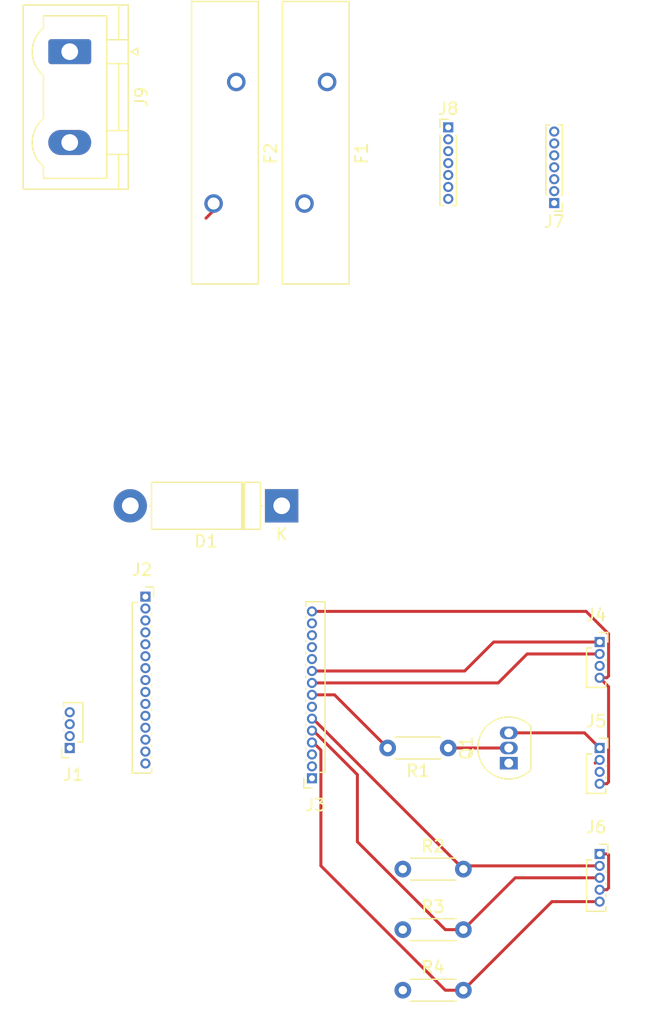
<source format=kicad_pcb>
(kicad_pcb (version 20171130) (host pcbnew "(5.1.6)-1")

  (general
    (thickness 1.6)
    (drawings 0)
    (tracks 45)
    (zones 0)
    (modules 17)
    (nets 19)
  )

  (page A4)
  (layers
    (0 F.Cu signal)
    (31 B.Cu signal)
    (32 B.Adhes user)
    (33 F.Adhes user)
    (34 B.Paste user)
    (35 F.Paste user)
    (36 B.SilkS user)
    (37 F.SilkS user)
    (38 B.Mask user)
    (39 F.Mask user)
    (40 Dwgs.User user)
    (41 Cmts.User user)
    (42 Eco1.User user)
    (43 Eco2.User user)
    (44 Edge.Cuts user)
    (45 Margin user)
    (46 B.CrtYd user)
    (47 F.CrtYd user)
    (48 B.Fab user)
    (49 F.Fab user)
  )

  (setup
    (last_trace_width 0.25)
    (trace_clearance 0.2)
    (zone_clearance 0.508)
    (zone_45_only no)
    (trace_min 0.2)
    (via_size 0.8)
    (via_drill 0.4)
    (via_min_size 0.4)
    (via_min_drill 0.3)
    (uvia_size 0.3)
    (uvia_drill 0.1)
    (uvias_allowed no)
    (uvia_min_size 0.2)
    (uvia_min_drill 0.1)
    (edge_width 0.05)
    (segment_width 0.2)
    (pcb_text_width 0.3)
    (pcb_text_size 1.5 1.5)
    (mod_edge_width 0.12)
    (mod_text_size 1 1)
    (mod_text_width 0.15)
    (pad_size 1.524 1.524)
    (pad_drill 0.762)
    (pad_to_mask_clearance 0.05)
    (aux_axis_origin 0 0)
    (visible_elements FFFFFF7F)
    (pcbplotparams
      (layerselection 0x010fc_ffffffff)
      (usegerberextensions false)
      (usegerberattributes true)
      (usegerberadvancedattributes true)
      (creategerberjobfile true)
      (excludeedgelayer true)
      (linewidth 0.100000)
      (plotframeref false)
      (viasonmask false)
      (mode 1)
      (useauxorigin false)
      (hpglpennumber 1)
      (hpglpenspeed 20)
      (hpglpendiameter 15.000000)
      (psnegative false)
      (psa4output false)
      (plotreference true)
      (plotvalue true)
      (plotinvisibletext false)
      (padsonsilk false)
      (subtractmaskfromsilk false)
      (outputformat 1)
      (mirror false)
      (drillshape 1)
      (scaleselection 1)
      (outputdirectory ""))
  )

  (net 0 "")
  (net 1 "Net-(J1-Pad1)")
  (net 2 "Net-(J1-Pad2)")
  (net 3 GND)
  (net 4 +1V5)
  (net 5 3.3)
  (net 6 "Net-(J3-Pad4)")
  (net 7 "Net-(J3-Pad5)")
  (net 8 "Net-(J3-Pad6)")
  (net 9 "Net-(J3-Pad8)")
  (net 10 "Net-(J3-Pad9)")
  (net 11 "Net-(J3-Pad10)")
  (net 12 "Net-(J5-Pad1)")
  (net 13 "Net-(Q1-Pad2)")
  (net 14 "Net-(D1-Pad2)")
  (net 15 "Net-(F1-Pad2)")
  (net 16 "Net-(F1-Pad1)")
  (net 17 "Net-(F2-Pad1)")
  (net 18 "Net-(J10-Pad2)")

  (net_class Default "This is the default net class."
    (clearance 0.2)
    (trace_width 0.25)
    (via_dia 0.8)
    (via_drill 0.4)
    (uvia_dia 0.3)
    (uvia_drill 0.1)
    (add_net +1V5)
    (add_net 3.3)
    (add_net GND)
    (add_net "Net-(D1-Pad2)")
    (add_net "Net-(F1-Pad1)")
    (add_net "Net-(F1-Pad2)")
    (add_net "Net-(F2-Pad1)")
    (add_net "Net-(J1-Pad1)")
    (add_net "Net-(J1-Pad2)")
    (add_net "Net-(J10-Pad2)")
    (add_net "Net-(J2-Pad10)")
    (add_net "Net-(J2-Pad12)")
    (add_net "Net-(J2-Pad13)")
    (add_net "Net-(J2-Pad15)")
    (add_net "Net-(J2-Pad2)")
    (add_net "Net-(J2-Pad3)")
    (add_net "Net-(J2-Pad4)")
    (add_net "Net-(J2-Pad5)")
    (add_net "Net-(J2-Pad6)")
    (add_net "Net-(J2-Pad7)")
    (add_net "Net-(J2-Pad8)")
    (add_net "Net-(J2-Pad9)")
    (add_net "Net-(J3-Pad1)")
    (add_net "Net-(J3-Pad10)")
    (add_net "Net-(J3-Pad11)")
    (add_net "Net-(J3-Pad12)")
    (add_net "Net-(J3-Pad13)")
    (add_net "Net-(J3-Pad2)")
    (add_net "Net-(J3-Pad3)")
    (add_net "Net-(J3-Pad4)")
    (add_net "Net-(J3-Pad5)")
    (add_net "Net-(J3-Pad6)")
    (add_net "Net-(J3-Pad7)")
    (add_net "Net-(J3-Pad8)")
    (add_net "Net-(J3-Pad9)")
    (add_net "Net-(J5-Pad1)")
    (add_net "Net-(J7-Pad3)")
    (add_net "Net-(J7-Pad4)")
    (add_net "Net-(J7-Pad5)")
    (add_net "Net-(J8-Pad3)")
    (add_net "Net-(J8-Pad4)")
    (add_net "Net-(J8-Pad5)")
    (add_net "Net-(Q1-Pad2)")
  )

  (module Diode_THT:D_5W_P12.70mm_Horizontal (layer F.Cu) (tedit 5AE50CD5) (tstamp 5F6A7293)
    (at 133.35 63.5 180)
    (descr "Diode, 5W series, Axial, Horizontal, pin pitch=12.7mm, , length*diameter=8.9*3.7mm^2, , http://www.diodes.com/_files/packages/8686949.gif")
    (tags "Diode 5W series Axial Horizontal pin pitch 12.7mm  length 8.9mm diameter 3.7mm")
    (path /5F6D6213)
    (fp_text reference D1 (at 6.35 -2.97) (layer F.SilkS)
      (effects (font (size 1 1) (thickness 0.15)))
    )
    (fp_text value DIODE (at 6.35 2.97) (layer F.Fab)
      (effects (font (size 1 1) (thickness 0.15)))
    )
    (fp_text user K (at 0 -2.4) (layer F.SilkS)
      (effects (font (size 1 1) (thickness 0.15)))
    )
    (fp_text user K (at 0 -2.4) (layer F.Fab)
      (effects (font (size 1 1) (thickness 0.15)))
    )
    (fp_text user %R (at 7.0175 0) (layer F.Fab)
      (effects (font (size 1 1) (thickness 0.15)))
    )
    (fp_line (start 1.9 -1.85) (end 1.9 1.85) (layer F.Fab) (width 0.1))
    (fp_line (start 1.9 1.85) (end 10.8 1.85) (layer F.Fab) (width 0.1))
    (fp_line (start 10.8 1.85) (end 10.8 -1.85) (layer F.Fab) (width 0.1))
    (fp_line (start 10.8 -1.85) (end 1.9 -1.85) (layer F.Fab) (width 0.1))
    (fp_line (start 0 0) (end 1.9 0) (layer F.Fab) (width 0.1))
    (fp_line (start 12.7 0) (end 10.8 0) (layer F.Fab) (width 0.1))
    (fp_line (start 3.235 -1.85) (end 3.235 1.85) (layer F.Fab) (width 0.1))
    (fp_line (start 3.335 -1.85) (end 3.335 1.85) (layer F.Fab) (width 0.1))
    (fp_line (start 3.135 -1.85) (end 3.135 1.85) (layer F.Fab) (width 0.1))
    (fp_line (start 1.78 -1.97) (end 1.78 1.97) (layer F.SilkS) (width 0.12))
    (fp_line (start 1.78 1.97) (end 10.92 1.97) (layer F.SilkS) (width 0.12))
    (fp_line (start 10.92 1.97) (end 10.92 -1.97) (layer F.SilkS) (width 0.12))
    (fp_line (start 10.92 -1.97) (end 1.78 -1.97) (layer F.SilkS) (width 0.12))
    (fp_line (start 1.64 0) (end 1.78 0) (layer F.SilkS) (width 0.12))
    (fp_line (start 11.06 0) (end 10.92 0) (layer F.SilkS) (width 0.12))
    (fp_line (start 3.235 -1.97) (end 3.235 1.97) (layer F.SilkS) (width 0.12))
    (fp_line (start 3.355 -1.97) (end 3.355 1.97) (layer F.SilkS) (width 0.12))
    (fp_line (start 3.115 -1.97) (end 3.115 1.97) (layer F.SilkS) (width 0.12))
    (fp_line (start -1.65 -2.1) (end -1.65 2.1) (layer F.CrtYd) (width 0.05))
    (fp_line (start -1.65 2.1) (end 14.35 2.1) (layer F.CrtYd) (width 0.05))
    (fp_line (start 14.35 2.1) (end 14.35 -2.1) (layer F.CrtYd) (width 0.05))
    (fp_line (start 14.35 -2.1) (end -1.65 -2.1) (layer F.CrtYd) (width 0.05))
    (pad 2 thru_hole oval (at 12.7 0 180) (size 2.8 2.8) (drill 1.4) (layers *.Cu *.Mask)
      (net 14 "Net-(D1-Pad2)"))
    (pad 1 thru_hole rect (at 0 0 180) (size 2.8 2.8) (drill 1.4) (layers *.Cu *.Mask)
      (net 3 GND))
    (model ${KISYS3DMOD}/Diode_THT.3dshapes/D_5W_P12.70mm_Horizontal.wrl
      (at (xyz 0 0 0))
      (scale (xyz 1 1 1))
      (rotate (xyz 0 0 0))
    )
  )

  (module Fuse:Fuse_BelFuse_0ZRE0150FF_L23.4mm_W5.3mm (layer F.Cu) (tedit 5BAABB99) (tstamp 5F6A72A6)
    (at 137.16 27.94 270)
    (descr "Fuse 0ZRE0150FF, BelFuse, Radial Leaded PTC,https://www.belfuse.com/resources/datasheets/circuitprotection/ds-cp-0zre-series.pdf")
    (tags "0ZRE BelFuse radial PTC")
    (path /5F6DDD0B)
    (fp_text reference F1 (at 6 -2.9 90) (layer F.SilkS)
      (effects (font (size 1 1) (thickness 0.15)))
    )
    (fp_text value 100mA (at 5.6 5.2 90) (layer F.Fab)
      (effects (font (size 1 1) (thickness 0.15)))
    )
    (fp_text user %R (at 5.9 0.1 90) (layer F.Fab)
      (effects (font (size 1 1) (thickness 0.15)))
    )
    (fp_line (start 16.8 -1.7) (end 16.8 3.6) (layer F.Fab) (width 0.1))
    (fp_line (start -6.6 -1.7) (end -6.6 3.6) (layer F.Fab) (width 0.1))
    (fp_line (start -6.6 3.6) (end 16.8 3.6) (layer F.Fab) (width 0.1))
    (fp_line (start -6.6 -1.7) (end 16.8 -1.7) (layer F.Fab) (width 0.1))
    (fp_line (start -6.85 -1.95) (end 17.05 -1.95) (layer F.CrtYd) (width 0.05))
    (fp_line (start -6.85 -1.95) (end -6.85 3.85) (layer F.CrtYd) (width 0.05))
    (fp_line (start 17.05 -1.95) (end 17.05 3.85) (layer F.CrtYd) (width 0.05))
    (fp_line (start -6.85 3.85) (end 17.05 3.85) (layer F.CrtYd) (width 0.05))
    (fp_line (start -6.75 -1.85) (end 16.95 -1.85) (layer F.SilkS) (width 0.12))
    (fp_line (start -6.75 -1.85) (end -6.75 3.75) (layer F.SilkS) (width 0.12))
    (fp_line (start 16.95 -1.85) (end 16.95 3.75) (layer F.SilkS) (width 0.12))
    (fp_line (start -6.75 3.75) (end 16.95 3.75) (layer F.SilkS) (width 0.12))
    (pad 2 thru_hole circle (at 10.2 1.9 270) (size 1.56 1.56) (drill 1.01) (layers *.Cu *.Mask)
      (net 15 "Net-(F1-Pad2)"))
    (pad 1 thru_hole circle (at 0 0 270) (size 1.56 1.56) (drill 1.01) (layers *.Cu *.Mask)
      (net 16 "Net-(F1-Pad1)"))
    (model ${KISYS3DMOD}/Fuse.3dshapes/Fuse_BelFuse_0ZRE_0ZRE0150FF_L23.4mm_W5.3mm.wrl
      (at (xyz 0 0 0))
      (scale (xyz 1 1 1))
      (rotate (xyz 0 0 0))
    )
  )

  (module Fuse:Fuse_BelFuse_0ZRE0150FF_L23.4mm_W5.3mm (layer F.Cu) (tedit 5BAABB99) (tstamp 5F6A72B9)
    (at 129.54 27.94 270)
    (descr "Fuse 0ZRE0150FF, BelFuse, Radial Leaded PTC,https://www.belfuse.com/resources/datasheets/circuitprotection/ds-cp-0zre-series.pdf")
    (tags "0ZRE BelFuse radial PTC")
    (path /5F6E20F7)
    (fp_text reference F2 (at 6 -2.9 90) (layer F.SilkS)
      (effects (font (size 1 1) (thickness 0.15)))
    )
    (fp_text value 1A (at 5.6 5.2 90) (layer F.Fab)
      (effects (font (size 1 1) (thickness 0.15)))
    )
    (fp_text user %R (at 5.9 0.1 90) (layer F.Fab)
      (effects (font (size 1 1) (thickness 0.15)))
    )
    (fp_line (start 16.8 -1.7) (end 16.8 3.6) (layer F.Fab) (width 0.1))
    (fp_line (start -6.6 -1.7) (end -6.6 3.6) (layer F.Fab) (width 0.1))
    (fp_line (start -6.6 3.6) (end 16.8 3.6) (layer F.Fab) (width 0.1))
    (fp_line (start -6.6 -1.7) (end 16.8 -1.7) (layer F.Fab) (width 0.1))
    (fp_line (start -6.85 -1.95) (end 17.05 -1.95) (layer F.CrtYd) (width 0.05))
    (fp_line (start -6.85 -1.95) (end -6.85 3.85) (layer F.CrtYd) (width 0.05))
    (fp_line (start 17.05 -1.95) (end 17.05 3.85) (layer F.CrtYd) (width 0.05))
    (fp_line (start -6.85 3.85) (end 17.05 3.85) (layer F.CrtYd) (width 0.05))
    (fp_line (start -6.75 -1.85) (end 16.95 -1.85) (layer F.SilkS) (width 0.12))
    (fp_line (start -6.75 -1.85) (end -6.75 3.75) (layer F.SilkS) (width 0.12))
    (fp_line (start 16.95 -1.85) (end 16.95 3.75) (layer F.SilkS) (width 0.12))
    (fp_line (start -6.75 3.75) (end 16.95 3.75) (layer F.SilkS) (width 0.12))
    (pad 2 thru_hole circle (at 10.2 1.9 270) (size 1.56 1.56) (drill 1.01) (layers *.Cu *.Mask)
      (net 16 "Net-(F1-Pad1)"))
    (pad 1 thru_hole circle (at 0 0 270) (size 1.56 1.56) (drill 1.01) (layers *.Cu *.Mask)
      (net 17 "Net-(F2-Pad1)"))
    (model ${KISYS3DMOD}/Fuse.3dshapes/Fuse_BelFuse_0ZRE_0ZRE0150FF_L23.4mm_W5.3mm.wrl
      (at (xyz 0 0 0))
      (scale (xyz 1 1 1))
      (rotate (xyz 0 0 0))
    )
  )

  (module Connector_Phoenix_GMSTB:PhoenixContact_GMSTBVA_2,5_2-G-7,62_1x02_P7.62mm_Vertical (layer F.Cu) (tedit 5B785048) (tstamp 5F6A74A7)
    (at 115.57 25.4 270)
    (descr "Generic Phoenix Contact connector footprint for: GMSTBVA_2,5/2-G-7,62; number of pins: 02; pin pitch: 7.62mm; Vertical || order number: 1766770 12A 630V")
    (tags "phoenix_contact connector GMSTBVA_01x02_G_7.62mm")
    (path /5F6DFB6E)
    (fp_text reference J9 (at 3.81 -6 90) (layer F.SilkS)
      (effects (font (size 1 1) (thickness 0.15)))
    )
    (fp_text value "12V Input" (at 3.81 5 90) (layer F.Fab)
      (effects (font (size 1 1) (thickness 0.15)))
    )
    (fp_text user %R (at 3.81 -4.1 90) (layer F.Fab)
      (effects (font (size 1 1) (thickness 0.15)))
    )
    (fp_arc (start 7.62 0.55) (end 5.62 2.2) (angle -100.5) (layer F.SilkS) (width 0.12))
    (fp_arc (start 0 0.55) (end -2 2.2) (angle -100.5) (layer F.SilkS) (width 0.12))
    (fp_line (start -3.92 -4.91) (end -3.92 3.91) (layer F.SilkS) (width 0.12))
    (fp_line (start -3.92 3.91) (end 11.54 3.91) (layer F.SilkS) (width 0.12))
    (fp_line (start 11.54 3.91) (end 11.54 -4.91) (layer F.SilkS) (width 0.12))
    (fp_line (start 11.54 -4.91) (end -3.92 -4.91) (layer F.SilkS) (width 0.12))
    (fp_line (start -3.81 -4.8) (end -3.81 3.8) (layer F.Fab) (width 0.1))
    (fp_line (start -3.81 3.8) (end 11.43 3.8) (layer F.Fab) (width 0.1))
    (fp_line (start 11.43 3.8) (end 11.43 -4.8) (layer F.Fab) (width 0.1))
    (fp_line (start 11.43 -4.8) (end -3.81 -4.8) (layer F.Fab) (width 0.1))
    (fp_line (start -3.92 -4.1) (end -1.11 -4.1) (layer F.SilkS) (width 0.12))
    (fp_line (start 11.54 -4.1) (end 8.73 -4.1) (layer F.SilkS) (width 0.12))
    (fp_line (start 1 -4.1) (end 6.62 -4.1) (layer F.SilkS) (width 0.12))
    (fp_line (start -1 -3.1) (end -1 -4.91) (layer F.SilkS) (width 0.12))
    (fp_line (start -1 -4.91) (end 1 -4.91) (layer F.SilkS) (width 0.12))
    (fp_line (start 1 -4.91) (end 1 -3.1) (layer F.SilkS) (width 0.12))
    (fp_line (start 1 -3.1) (end -1 -3.1) (layer F.SilkS) (width 0.12))
    (fp_line (start 6.62 -3.1) (end 6.62 -4.91) (layer F.SilkS) (width 0.12))
    (fp_line (start 6.62 -4.91) (end 8.62 -4.91) (layer F.SilkS) (width 0.12))
    (fp_line (start 8.62 -4.91) (end 8.62 -3.1) (layer F.SilkS) (width 0.12))
    (fp_line (start 8.62 -3.1) (end 6.62 -3.1) (layer F.SilkS) (width 0.12))
    (fp_line (start 2 2.2) (end 5.62 2.2) (layer F.SilkS) (width 0.12))
    (fp_line (start -2 2.2) (end -3.01 2.2) (layer F.SilkS) (width 0.12))
    (fp_line (start -3.01 2.2) (end -3.01 -3.1) (layer F.SilkS) (width 0.12))
    (fp_line (start -3.01 -3.1) (end 10.63 -3.1) (layer F.SilkS) (width 0.12))
    (fp_line (start 10.63 -3.1) (end 10.63 2.2) (layer F.SilkS) (width 0.12))
    (fp_line (start 10.63 2.2) (end 9.62 2.2) (layer F.SilkS) (width 0.12))
    (fp_line (start -4.31 -5.3) (end -4.31 4.3) (layer F.CrtYd) (width 0.05))
    (fp_line (start -4.31 4.3) (end 11.93 4.3) (layer F.CrtYd) (width 0.05))
    (fp_line (start 11.93 4.3) (end 11.93 -5.3) (layer F.CrtYd) (width 0.05))
    (fp_line (start 11.93 -5.3) (end -4.31 -5.3) (layer F.CrtYd) (width 0.05))
    (fp_line (start 0.3 -5.71) (end 0 -5.11) (layer F.SilkS) (width 0.12))
    (fp_line (start 0 -5.11) (end -0.3 -5.71) (layer F.SilkS) (width 0.12))
    (fp_line (start -0.3 -5.71) (end 0.3 -5.71) (layer F.SilkS) (width 0.12))
    (fp_line (start 0.5 -3.55) (end 0 -2.55) (layer F.Fab) (width 0.1))
    (fp_line (start 0 -2.55) (end -0.5 -3.55) (layer F.Fab) (width 0.1))
    (fp_line (start -0.5 -3.55) (end 0.5 -3.55) (layer F.Fab) (width 0.1))
    (pad 2 thru_hole oval (at 7.62 0 270) (size 2.1 3.6) (drill 1.4) (layers *.Cu *.Mask)
      (net 18 "Net-(J10-Pad2)"))
    (pad 1 thru_hole roundrect (at 0 0 270) (size 2.1 3.6) (drill 1.4) (layers *.Cu *.Mask) (roundrect_rratio 0.119048)
      (net 17 "Net-(F2-Pad1)"))
    (model ${KISYS3DMOD}/Connector_Phoenix_GMSTB.3dshapes/PhoenixContact_GMSTBVA_2,5_2-G-7,62_1x02_P7.62mm_Vertical.wrl
      (at (xyz 0 0 0))
      (scale (xyz 1 1 1))
      (rotate (xyz 0 0 0))
    )
  )

  (module Connector_PinHeader_1.00mm:PinHeader_1x07_P1.00mm_Vertical (layer F.Cu) (tedit 59FED738) (tstamp 5F6A7FFD)
    (at 147.32 31.75)
    (descr "Through hole straight pin header, 1x07, 1.00mm pitch, single row")
    (tags "Through hole pin header THT 1x07 1.00mm single row")
    (path /5F6C7046)
    (fp_text reference J8 (at 0 -1.56) (layer F.SilkS)
      (effects (font (size 1 1) (thickness 0.15)))
    )
    (fp_text value BuckConverter12VInput (at 0 7.56) (layer F.Fab)
      (effects (font (size 1 1) (thickness 0.15)))
    )
    (fp_text user %R (at 0 3) (layer F.Fab)
      (effects (font (size 0.76 0.76) (thickness 0.114)))
    )
    (fp_line (start -0.3175 -0.5) (end 0.635 -0.5) (layer F.Fab) (width 0.1))
    (fp_line (start 0.635 -0.5) (end 0.635 6.5) (layer F.Fab) (width 0.1))
    (fp_line (start 0.635 6.5) (end -0.635 6.5) (layer F.Fab) (width 0.1))
    (fp_line (start -0.635 6.5) (end -0.635 -0.1825) (layer F.Fab) (width 0.1))
    (fp_line (start -0.635 -0.1825) (end -0.3175 -0.5) (layer F.Fab) (width 0.1))
    (fp_line (start -0.695 6.56) (end -0.394493 6.56) (layer F.SilkS) (width 0.12))
    (fp_line (start 0.394493 6.56) (end 0.695 6.56) (layer F.SilkS) (width 0.12))
    (fp_line (start -0.695 0.685) (end -0.695 6.56) (layer F.SilkS) (width 0.12))
    (fp_line (start 0.695 0.685) (end 0.695 6.56) (layer F.SilkS) (width 0.12))
    (fp_line (start -0.695 0.685) (end -0.608276 0.685) (layer F.SilkS) (width 0.12))
    (fp_line (start 0.608276 0.685) (end 0.695 0.685) (layer F.SilkS) (width 0.12))
    (fp_line (start -0.695 0) (end -0.695 -0.685) (layer F.SilkS) (width 0.12))
    (fp_line (start -0.695 -0.685) (end 0 -0.685) (layer F.SilkS) (width 0.12))
    (fp_line (start -1.15 -1) (end -1.15 7) (layer F.CrtYd) (width 0.05))
    (fp_line (start -1.15 7) (end 1.15 7) (layer F.CrtYd) (width 0.05))
    (fp_line (start 1.15 7) (end 1.15 -1) (layer F.CrtYd) (width 0.05))
    (fp_line (start 1.15 -1) (end -1.15 -1) (layer F.CrtYd) (width 0.05))
    (pad 7 thru_hole oval (at 0 6) (size 0.85 0.85) (drill 0.5) (layers *.Cu *.Mask)
      (net 15 "Net-(F1-Pad2)"))
    (pad 6 thru_hole oval (at 0 5) (size 0.85 0.85) (drill 0.5) (layers *.Cu *.Mask)
      (net 15 "Net-(F1-Pad2)"))
    (pad 5 thru_hole oval (at 0 4) (size 0.85 0.85) (drill 0.5) (layers *.Cu *.Mask))
    (pad 4 thru_hole oval (at 0 3) (size 0.85 0.85) (drill 0.5) (layers *.Cu *.Mask))
    (pad 3 thru_hole oval (at 0 2) (size 0.85 0.85) (drill 0.5) (layers *.Cu *.Mask))
    (pad 2 thru_hole oval (at 0 1) (size 0.85 0.85) (drill 0.5) (layers *.Cu *.Mask)
      (net 18 "Net-(J10-Pad2)"))
    (pad 1 thru_hole rect (at 0 0) (size 0.85 0.85) (drill 0.5) (layers *.Cu *.Mask)
      (net 18 "Net-(J10-Pad2)"))
    (model ${KISYS3DMOD}/Connector_PinHeader_1.00mm.3dshapes/PinHeader_1x07_P1.00mm_Vertical.wrl
      (at (xyz 0 0 0))
      (scale (xyz 1 1 1))
      (rotate (xyz 0 0 0))
    )
  )

  (module Connector_PinHeader_1.00mm:PinHeader_1x07_P1.00mm_Vertical (layer F.Cu) (tedit 59FED738) (tstamp 5F6A7A31)
    (at 156.21 38.1 180)
    (descr "Through hole straight pin header, 1x07, 1.00mm pitch, single row")
    (tags "Through hole pin header THT 1x07 1.00mm single row")
    (path /5F6CBF2D)
    (fp_text reference J7 (at 0 -1.56) (layer F.SilkS)
      (effects (font (size 1 1) (thickness 0.15)))
    )
    (fp_text value BuckConvertor5.7VOutput (at 0 7.56) (layer F.Fab)
      (effects (font (size 1 1) (thickness 0.15)))
    )
    (fp_text user %R (at 0 3 90) (layer F.Fab)
      (effects (font (size 0.76 0.76) (thickness 0.114)))
    )
    (fp_line (start -0.3175 -0.5) (end 0.635 -0.5) (layer F.Fab) (width 0.1))
    (fp_line (start 0.635 -0.5) (end 0.635 6.5) (layer F.Fab) (width 0.1))
    (fp_line (start 0.635 6.5) (end -0.635 6.5) (layer F.Fab) (width 0.1))
    (fp_line (start -0.635 6.5) (end -0.635 -0.1825) (layer F.Fab) (width 0.1))
    (fp_line (start -0.635 -0.1825) (end -0.3175 -0.5) (layer F.Fab) (width 0.1))
    (fp_line (start -0.695 6.56) (end -0.394493 6.56) (layer F.SilkS) (width 0.12))
    (fp_line (start 0.394493 6.56) (end 0.695 6.56) (layer F.SilkS) (width 0.12))
    (fp_line (start -0.695 0.685) (end -0.695 6.56) (layer F.SilkS) (width 0.12))
    (fp_line (start 0.695 0.685) (end 0.695 6.56) (layer F.SilkS) (width 0.12))
    (fp_line (start -0.695 0.685) (end -0.608276 0.685) (layer F.SilkS) (width 0.12))
    (fp_line (start 0.608276 0.685) (end 0.695 0.685) (layer F.SilkS) (width 0.12))
    (fp_line (start -0.695 0) (end -0.695 -0.685) (layer F.SilkS) (width 0.12))
    (fp_line (start -0.695 -0.685) (end 0 -0.685) (layer F.SilkS) (width 0.12))
    (fp_line (start -1.15 -1) (end -1.15 7) (layer F.CrtYd) (width 0.05))
    (fp_line (start -1.15 7) (end 1.15 7) (layer F.CrtYd) (width 0.05))
    (fp_line (start 1.15 7) (end 1.15 -1) (layer F.CrtYd) (width 0.05))
    (fp_line (start 1.15 -1) (end -1.15 -1) (layer F.CrtYd) (width 0.05))
    (pad 7 thru_hole oval (at 0 6 180) (size 0.85 0.85) (drill 0.5) (layers *.Cu *.Mask)
      (net 14 "Net-(D1-Pad2)"))
    (pad 6 thru_hole oval (at 0 5 180) (size 0.85 0.85) (drill 0.5) (layers *.Cu *.Mask)
      (net 14 "Net-(D1-Pad2)"))
    (pad 5 thru_hole oval (at 0 4 180) (size 0.85 0.85) (drill 0.5) (layers *.Cu *.Mask))
    (pad 4 thru_hole oval (at 0 3 180) (size 0.85 0.85) (drill 0.5) (layers *.Cu *.Mask))
    (pad 3 thru_hole oval (at 0 2 180) (size 0.85 0.85) (drill 0.5) (layers *.Cu *.Mask))
    (pad 2 thru_hole oval (at 0 1 180) (size 0.85 0.85) (drill 0.5) (layers *.Cu *.Mask)
      (net 4 +1V5))
    (pad 1 thru_hole rect (at 0 0 180) (size 0.85 0.85) (drill 0.5) (layers *.Cu *.Mask)
      (net 4 +1V5))
    (model ${KISYS3DMOD}/Connector_PinHeader_1.00mm.3dshapes/PinHeader_1x07_P1.00mm_Vertical.wrl
      (at (xyz 0 0 0))
      (scale (xyz 1 1 1))
      (rotate (xyz 0 0 0))
    )
  )

  (module Connector_PinSocket_1.00mm:PinSocket_1x04_P1.00mm_Vertical (layer F.Cu) (tedit 5A19A423) (tstamp 5F6C55E1)
    (at 115.57 83.82 180)
    (descr "Through hole straight socket strip, 1x04, 1.00mm pitch, single row (https://gct.co/files/drawings/bc065.pdf), script generated")
    (tags "Through hole socket strip THT 1x04 1.00mm single row")
    (path /5F6978D8)
    (fp_text reference J1 (at -0.29 -2.25) (layer F.SilkS)
      (effects (font (size 1 1) (thickness 0.15)))
    )
    (fp_text value Display16x02 (at -0.29 5.25) (layer F.Fab)
      (effects (font (size 1 1) (thickness 0.15)))
    )
    (fp_line (start -1.54 4.25) (end -1.54 -1.25) (layer F.CrtYd) (width 0.05))
    (fp_line (start 0.96 4.25) (end -1.54 4.25) (layer F.CrtYd) (width 0.05))
    (fp_line (start 0.96 -1.25) (end 0.96 4.25) (layer F.CrtYd) (width 0.05))
    (fp_line (start -1.54 -1.25) (end 0.96 -1.25) (layer F.CrtYd) (width 0.05))
    (fp_line (start 0 -0.81) (end 0.685 -0.81) (layer F.SilkS) (width 0.12))
    (fp_line (start 0.685 -0.81) (end 0.685 0) (layer F.SilkS) (width 0.12))
    (fp_line (start 0.52 3.445898) (end 0.52 3.81) (layer F.SilkS) (width 0.12))
    (fp_line (start 0.52 2.445898) (end 0.52 2.554102) (layer F.SilkS) (width 0.12))
    (fp_line (start 0.52 1.445898) (end 0.52 1.554102) (layer F.SilkS) (width 0.12))
    (fp_line (start -1.1 3.81) (end 0.52 3.81) (layer F.SilkS) (width 0.12))
    (fp_line (start -1.1 0.5) (end -1.1 3.81) (layer F.SilkS) (width 0.12))
    (fp_line (start -1.1 0.5) (end -0.685 0.5) (layer F.SilkS) (width 0.12))
    (fp_line (start -1.04 3.75) (end -1.04 -0.75) (layer F.Fab) (width 0.1))
    (fp_line (start 0.46 3.75) (end -1.04 3.75) (layer F.Fab) (width 0.1))
    (fp_line (start 0.46 -0.375) (end 0.46 3.75) (layer F.Fab) (width 0.1))
    (fp_line (start 0.085 -0.75) (end 0.46 -0.375) (layer F.Fab) (width 0.1))
    (fp_line (start -1.04 -0.75) (end 0.085 -0.75) (layer F.Fab) (width 0.1))
    (fp_text user %R (at -0.29 1.5 90) (layer F.Fab)
      (effects (font (size 0.9 0.9) (thickness 0.14)))
    )
    (pad 1 thru_hole rect (at 0 0 180) (size 0.85 0.85) (drill 0.5) (layers *.Cu *.Mask)
      (net 1 "Net-(J1-Pad1)"))
    (pad 2 thru_hole oval (at 0 1 180) (size 0.85 0.85) (drill 0.5) (layers *.Cu *.Mask)
      (net 2 "Net-(J1-Pad2)"))
    (pad 3 thru_hole oval (at 0 2 180) (size 0.85 0.85) (drill 0.5) (layers *.Cu *.Mask)
      (net 3 GND))
    (pad 4 thru_hole oval (at 0 3 180) (size 0.85 0.85) (drill 0.5) (layers *.Cu *.Mask)
      (net 4 +1V5))
    (model ${KISYS3DMOD}/Connector_PinSocket_1.00mm.3dshapes/PinSocket_1x04_P1.00mm_Vertical.wrl
      (at (xyz 0 0 0))
      (scale (xyz 1 1 1))
      (rotate (xyz 0 0 0))
    )
  )

  (module Connector_PinSocket_1.00mm:PinSocket_1x15_P1.00mm_Vertical (layer F.Cu) (tedit 5A19A42A) (tstamp 5F6A87E5)
    (at 121.92 71.12)
    (descr "Through hole straight socket strip, 1x15, 1.00mm pitch, single row (https://gct.co/files/drawings/bc065.pdf), script generated")
    (tags "Through hole socket strip THT 1x15 1.00mm single row")
    (path /5F69252A)
    (fp_text reference J2 (at -0.29 -2.25) (layer F.SilkS)
      (effects (font (size 1 1) (thickness 0.15)))
    )
    (fp_text value ESP32 (at -0.29 16.25) (layer F.Fab)
      (effects (font (size 1 1) (thickness 0.15)))
    )
    (fp_text user %R (at -0.29 7 90) (layer F.Fab)
      (effects (font (size 0.9 0.9) (thickness 0.14)))
    )
    (fp_line (start -1.04 -0.75) (end 0.085 -0.75) (layer F.Fab) (width 0.1))
    (fp_line (start 0.085 -0.75) (end 0.46 -0.375) (layer F.Fab) (width 0.1))
    (fp_line (start 0.46 -0.375) (end 0.46 14.75) (layer F.Fab) (width 0.1))
    (fp_line (start 0.46 14.75) (end -1.04 14.75) (layer F.Fab) (width 0.1))
    (fp_line (start -1.04 14.75) (end -1.04 -0.75) (layer F.Fab) (width 0.1))
    (fp_line (start -1.1 0.5) (end -0.685 0.5) (layer F.SilkS) (width 0.12))
    (fp_line (start -1.1 0.5) (end -1.1 14.81) (layer F.SilkS) (width 0.12))
    (fp_line (start -1.1 14.81) (end 0.52 14.81) (layer F.SilkS) (width 0.12))
    (fp_line (start 0.52 1.445898) (end 0.52 1.554102) (layer F.SilkS) (width 0.12))
    (fp_line (start 0.52 2.445898) (end 0.52 2.554102) (layer F.SilkS) (width 0.12))
    (fp_line (start 0.52 3.445898) (end 0.52 3.554102) (layer F.SilkS) (width 0.12))
    (fp_line (start 0.52 4.445898) (end 0.52 4.554102) (layer F.SilkS) (width 0.12))
    (fp_line (start 0.52 5.445898) (end 0.52 5.554102) (layer F.SilkS) (width 0.12))
    (fp_line (start 0.52 6.445898) (end 0.52 6.554102) (layer F.SilkS) (width 0.12))
    (fp_line (start 0.52 7.445898) (end 0.52 7.554102) (layer F.SilkS) (width 0.12))
    (fp_line (start 0.52 8.445898) (end 0.52 8.554102) (layer F.SilkS) (width 0.12))
    (fp_line (start 0.52 9.445898) (end 0.52 9.554102) (layer F.SilkS) (width 0.12))
    (fp_line (start 0.52 10.445898) (end 0.52 10.554102) (layer F.SilkS) (width 0.12))
    (fp_line (start 0.52 11.445898) (end 0.52 11.554102) (layer F.SilkS) (width 0.12))
    (fp_line (start 0.52 12.445898) (end 0.52 12.554102) (layer F.SilkS) (width 0.12))
    (fp_line (start 0.52 13.445898) (end 0.52 13.554102) (layer F.SilkS) (width 0.12))
    (fp_line (start 0.52 14.445898) (end 0.52 14.81) (layer F.SilkS) (width 0.12))
    (fp_line (start 0.685 -0.81) (end 0.685 0) (layer F.SilkS) (width 0.12))
    (fp_line (start 0 -0.81) (end 0.685 -0.81) (layer F.SilkS) (width 0.12))
    (fp_line (start -1.54 -1.25) (end 0.96 -1.25) (layer F.CrtYd) (width 0.05))
    (fp_line (start 0.96 -1.25) (end 0.96 15.25) (layer F.CrtYd) (width 0.05))
    (fp_line (start 0.96 15.25) (end -1.54 15.25) (layer F.CrtYd) (width 0.05))
    (fp_line (start -1.54 15.25) (end -1.54 -1.25) (layer F.CrtYd) (width 0.05))
    (pad 15 thru_hole oval (at 0 14) (size 0.85 0.85) (drill 0.5) (layers *.Cu *.Mask))
    (pad 14 thru_hole oval (at 0 13) (size 0.85 0.85) (drill 0.5) (layers *.Cu *.Mask)
      (net 1 "Net-(J1-Pad1)"))
    (pad 13 thru_hole oval (at 0 12) (size 0.85 0.85) (drill 0.5) (layers *.Cu *.Mask))
    (pad 12 thru_hole oval (at 0 11) (size 0.85 0.85) (drill 0.5) (layers *.Cu *.Mask))
    (pad 11 thru_hole oval (at 0 10) (size 0.85 0.85) (drill 0.5) (layers *.Cu *.Mask)
      (net 2 "Net-(J1-Pad2)"))
    (pad 10 thru_hole oval (at 0 9) (size 0.85 0.85) (drill 0.5) (layers *.Cu *.Mask))
    (pad 9 thru_hole oval (at 0 8) (size 0.85 0.85) (drill 0.5) (layers *.Cu *.Mask))
    (pad 8 thru_hole oval (at 0 7) (size 0.85 0.85) (drill 0.5) (layers *.Cu *.Mask))
    (pad 7 thru_hole oval (at 0 6) (size 0.85 0.85) (drill 0.5) (layers *.Cu *.Mask))
    (pad 6 thru_hole oval (at 0 5) (size 0.85 0.85) (drill 0.5) (layers *.Cu *.Mask))
    (pad 5 thru_hole oval (at 0 4) (size 0.85 0.85) (drill 0.5) (layers *.Cu *.Mask))
    (pad 4 thru_hole oval (at 0 3) (size 0.85 0.85) (drill 0.5) (layers *.Cu *.Mask))
    (pad 3 thru_hole oval (at 0 2) (size 0.85 0.85) (drill 0.5) (layers *.Cu *.Mask))
    (pad 2 thru_hole oval (at 0 1) (size 0.85 0.85) (drill 0.5) (layers *.Cu *.Mask))
    (pad 1 thru_hole rect (at 0 0) (size 0.85 0.85) (drill 0.5) (layers *.Cu *.Mask)
      (net 5 3.3))
    (model ${KISYS3DMOD}/Connector_PinSocket_1.00mm.3dshapes/PinSocket_1x15_P1.00mm_Vertical.wrl
      (at (xyz 0 0 0))
      (scale (xyz 1 1 1))
      (rotate (xyz 0 0 0))
    )
  )

  (module Connector_PinSocket_1.00mm:PinSocket_1x15_P1.00mm_Vertical (layer F.Cu) (tedit 5A19A42A) (tstamp 5F69234A)
    (at 135.89 86.36 180)
    (descr "Through hole straight socket strip, 1x15, 1.00mm pitch, single row (https://gct.co/files/drawings/bc065.pdf), script generated")
    (tags "Through hole socket strip THT 1x15 1.00mm single row")
    (path /5F694EFF)
    (fp_text reference J3 (at -0.29 -2.25) (layer F.SilkS)
      (effects (font (size 1 1) (thickness 0.15)))
    )
    (fp_text value ESP322 (at -0.29 16.25) (layer F.Fab)
      (effects (font (size 1 1) (thickness 0.15)))
    )
    (fp_line (start -1.54 15.25) (end -1.54 -1.25) (layer F.CrtYd) (width 0.05))
    (fp_line (start 0.96 15.25) (end -1.54 15.25) (layer F.CrtYd) (width 0.05))
    (fp_line (start 0.96 -1.25) (end 0.96 15.25) (layer F.CrtYd) (width 0.05))
    (fp_line (start -1.54 -1.25) (end 0.96 -1.25) (layer F.CrtYd) (width 0.05))
    (fp_line (start 0 -0.81) (end 0.685 -0.81) (layer F.SilkS) (width 0.12))
    (fp_line (start 0.685 -0.81) (end 0.685 0) (layer F.SilkS) (width 0.12))
    (fp_line (start 0.52 14.445898) (end 0.52 14.81) (layer F.SilkS) (width 0.12))
    (fp_line (start 0.52 13.445898) (end 0.52 13.554102) (layer F.SilkS) (width 0.12))
    (fp_line (start 0.52 12.445898) (end 0.52 12.554102) (layer F.SilkS) (width 0.12))
    (fp_line (start 0.52 11.445898) (end 0.52 11.554102) (layer F.SilkS) (width 0.12))
    (fp_line (start 0.52 10.445898) (end 0.52 10.554102) (layer F.SilkS) (width 0.12))
    (fp_line (start 0.52 9.445898) (end 0.52 9.554102) (layer F.SilkS) (width 0.12))
    (fp_line (start 0.52 8.445898) (end 0.52 8.554102) (layer F.SilkS) (width 0.12))
    (fp_line (start 0.52 7.445898) (end 0.52 7.554102) (layer F.SilkS) (width 0.12))
    (fp_line (start 0.52 6.445898) (end 0.52 6.554102) (layer F.SilkS) (width 0.12))
    (fp_line (start 0.52 5.445898) (end 0.52 5.554102) (layer F.SilkS) (width 0.12))
    (fp_line (start 0.52 4.445898) (end 0.52 4.554102) (layer F.SilkS) (width 0.12))
    (fp_line (start 0.52 3.445898) (end 0.52 3.554102) (layer F.SilkS) (width 0.12))
    (fp_line (start 0.52 2.445898) (end 0.52 2.554102) (layer F.SilkS) (width 0.12))
    (fp_line (start 0.52 1.445898) (end 0.52 1.554102) (layer F.SilkS) (width 0.12))
    (fp_line (start -1.1 14.81) (end 0.52 14.81) (layer F.SilkS) (width 0.12))
    (fp_line (start -1.1 0.5) (end -1.1 14.81) (layer F.SilkS) (width 0.12))
    (fp_line (start -1.1 0.5) (end -0.685 0.5) (layer F.SilkS) (width 0.12))
    (fp_line (start -1.04 14.75) (end -1.04 -0.75) (layer F.Fab) (width 0.1))
    (fp_line (start 0.46 14.75) (end -1.04 14.75) (layer F.Fab) (width 0.1))
    (fp_line (start 0.46 -0.375) (end 0.46 14.75) (layer F.Fab) (width 0.1))
    (fp_line (start 0.085 -0.75) (end 0.46 -0.375) (layer F.Fab) (width 0.1))
    (fp_line (start -1.04 -0.75) (end 0.085 -0.75) (layer F.Fab) (width 0.1))
    (fp_text user %R (at -0.29 7 90) (layer F.Fab)
      (effects (font (size 0.9 0.9) (thickness 0.14)))
    )
    (pad 1 thru_hole rect (at 0 0 180) (size 0.85 0.85) (drill 0.5) (layers *.Cu *.Mask))
    (pad 2 thru_hole oval (at 0 1 180) (size 0.85 0.85) (drill 0.5) (layers *.Cu *.Mask))
    (pad 3 thru_hole oval (at 0 2 180) (size 0.85 0.85) (drill 0.5) (layers *.Cu *.Mask))
    (pad 4 thru_hole oval (at 0 3 180) (size 0.85 0.85) (drill 0.5) (layers *.Cu *.Mask)
      (net 6 "Net-(J3-Pad4)"))
    (pad 5 thru_hole oval (at 0 4 180) (size 0.85 0.85) (drill 0.5) (layers *.Cu *.Mask)
      (net 7 "Net-(J3-Pad5)"))
    (pad 6 thru_hole oval (at 0 5 180) (size 0.85 0.85) (drill 0.5) (layers *.Cu *.Mask)
      (net 8 "Net-(J3-Pad6)"))
    (pad 7 thru_hole oval (at 0 6 180) (size 0.85 0.85) (drill 0.5) (layers *.Cu *.Mask))
    (pad 8 thru_hole oval (at 0 7 180) (size 0.85 0.85) (drill 0.5) (layers *.Cu *.Mask)
      (net 9 "Net-(J3-Pad8)"))
    (pad 9 thru_hole oval (at 0 8 180) (size 0.85 0.85) (drill 0.5) (layers *.Cu *.Mask)
      (net 10 "Net-(J3-Pad9)"))
    (pad 10 thru_hole oval (at 0 9 180) (size 0.85 0.85) (drill 0.5) (layers *.Cu *.Mask)
      (net 11 "Net-(J3-Pad10)"))
    (pad 11 thru_hole oval (at 0 10 180) (size 0.85 0.85) (drill 0.5) (layers *.Cu *.Mask))
    (pad 12 thru_hole oval (at 0 11 180) (size 0.85 0.85) (drill 0.5) (layers *.Cu *.Mask))
    (pad 13 thru_hole oval (at 0 12 180) (size 0.85 0.85) (drill 0.5) (layers *.Cu *.Mask))
    (pad 14 thru_hole oval (at 0 13 180) (size 0.85 0.85) (drill 0.5) (layers *.Cu *.Mask)
      (net 3 GND))
    (pad 15 thru_hole oval (at 0 14 180) (size 0.85 0.85) (drill 0.5) (layers *.Cu *.Mask)
      (net 4 +1V5))
    (model ${KISYS3DMOD}/Connector_PinSocket_1.00mm.3dshapes/PinSocket_1x15_P1.00mm_Vertical.wrl
      (at (xyz 0 0 0))
      (scale (xyz 1 1 1))
      (rotate (xyz 0 0 0))
    )
  )

  (module Connector_PinSocket_1.00mm:PinSocket_1x04_P1.00mm_Vertical (layer F.Cu) (tedit 5A19A423) (tstamp 5F693000)
    (at 160.02 74.93)
    (descr "Through hole straight socket strip, 1x04, 1.00mm pitch, single row (https://gct.co/files/drawings/bc065.pdf), script generated")
    (tags "Through hole socket strip THT 1x04 1.00mm single row")
    (path /5F69941C)
    (fp_text reference J4 (at -0.29 -2.25) (layer F.SilkS)
      (effects (font (size 1 1) (thickness 0.15)))
    )
    (fp_text value HC-SR04 (at -0.29 5.25) (layer F.Fab)
      (effects (font (size 1 1) (thickness 0.15)))
    )
    (fp_text user %R (at -0.29 1.5 90) (layer F.Fab)
      (effects (font (size 0.9 0.9) (thickness 0.14)))
    )
    (fp_line (start -1.04 -0.75) (end 0.085 -0.75) (layer F.Fab) (width 0.1))
    (fp_line (start 0.085 -0.75) (end 0.46 -0.375) (layer F.Fab) (width 0.1))
    (fp_line (start 0.46 -0.375) (end 0.46 3.75) (layer F.Fab) (width 0.1))
    (fp_line (start 0.46 3.75) (end -1.04 3.75) (layer F.Fab) (width 0.1))
    (fp_line (start -1.04 3.75) (end -1.04 -0.75) (layer F.Fab) (width 0.1))
    (fp_line (start -1.1 0.5) (end -0.685 0.5) (layer F.SilkS) (width 0.12))
    (fp_line (start -1.1 0.5) (end -1.1 3.81) (layer F.SilkS) (width 0.12))
    (fp_line (start -1.1 3.81) (end 0.52 3.81) (layer F.SilkS) (width 0.12))
    (fp_line (start 0.52 1.445898) (end 0.52 1.554102) (layer F.SilkS) (width 0.12))
    (fp_line (start 0.52 2.445898) (end 0.52 2.554102) (layer F.SilkS) (width 0.12))
    (fp_line (start 0.52 3.445898) (end 0.52 3.81) (layer F.SilkS) (width 0.12))
    (fp_line (start 0.685 -0.81) (end 0.685 0) (layer F.SilkS) (width 0.12))
    (fp_line (start 0 -0.81) (end 0.685 -0.81) (layer F.SilkS) (width 0.12))
    (fp_line (start -1.54 -1.25) (end 0.96 -1.25) (layer F.CrtYd) (width 0.05))
    (fp_line (start 0.96 -1.25) (end 0.96 4.25) (layer F.CrtYd) (width 0.05))
    (fp_line (start 0.96 4.25) (end -1.54 4.25) (layer F.CrtYd) (width 0.05))
    (fp_line (start -1.54 4.25) (end -1.54 -1.25) (layer F.CrtYd) (width 0.05))
    (pad 4 thru_hole oval (at 0 3) (size 0.85 0.85) (drill 0.5) (layers *.Cu *.Mask)
      (net 4 +1V5))
    (pad 3 thru_hole oval (at 0 2) (size 0.85 0.85) (drill 0.5) (layers *.Cu *.Mask)
      (net 3 GND))
    (pad 2 thru_hole oval (at 0 1) (size 0.85 0.85) (drill 0.5) (layers *.Cu *.Mask)
      (net 10 "Net-(J3-Pad9)"))
    (pad 1 thru_hole rect (at 0 0) (size 0.85 0.85) (drill 0.5) (layers *.Cu *.Mask)
      (net 11 "Net-(J3-Pad10)"))
    (model ${KISYS3DMOD}/Connector_PinSocket_1.00mm.3dshapes/PinSocket_1x04_P1.00mm_Vertical.wrl
      (at (xyz 0 0 0))
      (scale (xyz 1 1 1))
      (rotate (xyz 0 0 0))
    )
  )

  (module Connector_PinSocket_1.00mm:PinSocket_1x04_P1.00mm_Vertical (layer F.Cu) (tedit 5A19A423) (tstamp 5F692F82)
    (at 160.02 83.82)
    (descr "Through hole straight socket strip, 1x04, 1.00mm pitch, single row (https://gct.co/files/drawings/bc065.pdf), script generated")
    (tags "Through hole socket strip THT 1x04 1.00mm single row")
    (path /5F6A5A99)
    (fp_text reference J5 (at -0.29 -2.25) (layer F.SilkS)
      (effects (font (size 1 1) (thickness 0.15)))
    )
    (fp_text value Relay (at -0.29 5.25) (layer F.Fab)
      (effects (font (size 1 1) (thickness 0.15)))
    )
    (fp_line (start -1.54 4.25) (end -1.54 -1.25) (layer F.CrtYd) (width 0.05))
    (fp_line (start 0.96 4.25) (end -1.54 4.25) (layer F.CrtYd) (width 0.05))
    (fp_line (start 0.96 -1.25) (end 0.96 4.25) (layer F.CrtYd) (width 0.05))
    (fp_line (start -1.54 -1.25) (end 0.96 -1.25) (layer F.CrtYd) (width 0.05))
    (fp_line (start 0 -0.81) (end 0.685 -0.81) (layer F.SilkS) (width 0.12))
    (fp_line (start 0.685 -0.81) (end 0.685 0) (layer F.SilkS) (width 0.12))
    (fp_line (start 0.52 3.445898) (end 0.52 3.81) (layer F.SilkS) (width 0.12))
    (fp_line (start 0.52 2.445898) (end 0.52 2.554102) (layer F.SilkS) (width 0.12))
    (fp_line (start 0.52 1.445898) (end 0.52 1.554102) (layer F.SilkS) (width 0.12))
    (fp_line (start -1.1 3.81) (end 0.52 3.81) (layer F.SilkS) (width 0.12))
    (fp_line (start -1.1 0.5) (end -1.1 3.81) (layer F.SilkS) (width 0.12))
    (fp_line (start -1.1 0.5) (end -0.685 0.5) (layer F.SilkS) (width 0.12))
    (fp_line (start -1.04 3.75) (end -1.04 -0.75) (layer F.Fab) (width 0.1))
    (fp_line (start 0.46 3.75) (end -1.04 3.75) (layer F.Fab) (width 0.1))
    (fp_line (start 0.46 -0.375) (end 0.46 3.75) (layer F.Fab) (width 0.1))
    (fp_line (start 0.085 -0.75) (end 0.46 -0.375) (layer F.Fab) (width 0.1))
    (fp_line (start -1.04 -0.75) (end 0.085 -0.75) (layer F.Fab) (width 0.1))
    (fp_text user %R (at -0.29 1.5 90) (layer F.Fab)
      (effects (font (size 0.9 0.9) (thickness 0.14)))
    )
    (pad 1 thru_hole rect (at 0 0) (size 0.85 0.85) (drill 0.5) (layers *.Cu *.Mask)
      (net 12 "Net-(J5-Pad1)"))
    (pad 2 thru_hole oval (at 0 1) (size 0.85 0.85) (drill 0.5) (layers *.Cu *.Mask)
      (net 3 GND))
    (pad 3 thru_hole oval (at 0 2) (size 0.85 0.85) (drill 0.5) (layers *.Cu *.Mask)
      (net 5 3.3))
    (pad 4 thru_hole oval (at 0 3) (size 0.85 0.85) (drill 0.5) (layers *.Cu *.Mask)
      (net 4 +1V5))
    (model ${KISYS3DMOD}/Connector_PinSocket_1.00mm.3dshapes/PinSocket_1x04_P1.00mm_Vertical.wrl
      (at (xyz 0 0 0))
      (scale (xyz 1 1 1))
      (rotate (xyz 0 0 0))
    )
  )

  (module Connector_PinSocket_1.00mm:PinSocket_1x05_P1.00mm_Vertical (layer F.Cu) (tedit 5A19A421) (tstamp 5F692A4C)
    (at 160.02 92.71)
    (descr "Through hole straight socket strip, 1x05, 1.00mm pitch, single row (https://gct.co/files/drawings/bc065.pdf), script generated")
    (tags "Through hole socket strip THT 1x05 1.00mm single row")
    (path /5F6A70C2)
    (fp_text reference J6 (at -0.29 -2.25) (layer F.SilkS)
      (effects (font (size 1 1) (thickness 0.15)))
    )
    (fp_text value Encoder (at -0.29 6.25) (layer F.Fab)
      (effects (font (size 1 1) (thickness 0.15)))
    )
    (fp_line (start -1.54 5.25) (end -1.54 -1.25) (layer F.CrtYd) (width 0.05))
    (fp_line (start 0.96 5.25) (end -1.54 5.25) (layer F.CrtYd) (width 0.05))
    (fp_line (start 0.96 -1.25) (end 0.96 5.25) (layer F.CrtYd) (width 0.05))
    (fp_line (start -1.54 -1.25) (end 0.96 -1.25) (layer F.CrtYd) (width 0.05))
    (fp_line (start 0 -0.81) (end 0.685 -0.81) (layer F.SilkS) (width 0.12))
    (fp_line (start 0.685 -0.81) (end 0.685 0) (layer F.SilkS) (width 0.12))
    (fp_line (start 0.52 4.445898) (end 0.52 4.81) (layer F.SilkS) (width 0.12))
    (fp_line (start 0.52 3.445898) (end 0.52 3.554102) (layer F.SilkS) (width 0.12))
    (fp_line (start 0.52 2.445898) (end 0.52 2.554102) (layer F.SilkS) (width 0.12))
    (fp_line (start 0.52 1.445898) (end 0.52 1.554102) (layer F.SilkS) (width 0.12))
    (fp_line (start -1.1 4.81) (end 0.52 4.81) (layer F.SilkS) (width 0.12))
    (fp_line (start -1.1 0.5) (end -1.1 4.81) (layer F.SilkS) (width 0.12))
    (fp_line (start -1.1 0.5) (end -0.685 0.5) (layer F.SilkS) (width 0.12))
    (fp_line (start -1.04 4.75) (end -1.04 -0.75) (layer F.Fab) (width 0.1))
    (fp_line (start 0.46 4.75) (end -1.04 4.75) (layer F.Fab) (width 0.1))
    (fp_line (start 0.46 -0.375) (end 0.46 4.75) (layer F.Fab) (width 0.1))
    (fp_line (start 0.085 -0.75) (end 0.46 -0.375) (layer F.Fab) (width 0.1))
    (fp_line (start -1.04 -0.75) (end 0.085 -0.75) (layer F.Fab) (width 0.1))
    (fp_text user %R (at -0.29 2 90) (layer F.Fab)
      (effects (font (size 0.9 0.9) (thickness 0.14)))
    )
    (pad 1 thru_hole rect (at 0 0) (size 0.85 0.85) (drill 0.5) (layers *.Cu *.Mask)
      (net 3 GND))
    (pad 2 thru_hole oval (at 0 1) (size 0.85 0.85) (drill 0.5) (layers *.Cu *.Mask)
      (net 8 "Net-(J3-Pad6)"))
    (pad 3 thru_hole oval (at 0 2) (size 0.85 0.85) (drill 0.5) (layers *.Cu *.Mask)
      (net 7 "Net-(J3-Pad5)"))
    (pad 4 thru_hole oval (at 0 3) (size 0.85 0.85) (drill 0.5) (layers *.Cu *.Mask)
      (net 3 GND))
    (pad 5 thru_hole oval (at 0 4) (size 0.85 0.85) (drill 0.5) (layers *.Cu *.Mask)
      (net 6 "Net-(J3-Pad4)"))
    (model ${KISYS3DMOD}/Connector_PinSocket_1.00mm.3dshapes/PinSocket_1x05_P1.00mm_Vertical.wrl
      (at (xyz 0 0 0))
      (scale (xyz 1 1 1))
      (rotate (xyz 0 0 0))
    )
  )

  (module Package_TO_SOT_THT:TO-92_Inline (layer F.Cu) (tedit 5A1DD157) (tstamp 5F6923AC)
    (at 152.4 85.09 90)
    (descr "TO-92 leads in-line, narrow, oval pads, drill 0.75mm (see NXP sot054_po.pdf)")
    (tags "to-92 sc-43 sc-43a sot54 PA33 transistor")
    (path /5F6A1861)
    (fp_text reference Q1 (at 1.27 -3.56 90) (layer F.SilkS)
      (effects (font (size 1 1) (thickness 0.15)))
    )
    (fp_text value PN2222A (at 1.27 2.79 90) (layer F.Fab)
      (effects (font (size 1 1) (thickness 0.15)))
    )
    (fp_line (start 4 2.01) (end -1.46 2.01) (layer F.CrtYd) (width 0.05))
    (fp_line (start 4 2.01) (end 4 -2.73) (layer F.CrtYd) (width 0.05))
    (fp_line (start -1.46 -2.73) (end -1.46 2.01) (layer F.CrtYd) (width 0.05))
    (fp_line (start -1.46 -2.73) (end 4 -2.73) (layer F.CrtYd) (width 0.05))
    (fp_line (start -0.5 1.75) (end 3 1.75) (layer F.Fab) (width 0.1))
    (fp_line (start -0.53 1.85) (end 3.07 1.85) (layer F.SilkS) (width 0.12))
    (fp_text user %R (at 1.27 -3.56 90) (layer F.Fab)
      (effects (font (size 1 1) (thickness 0.15)))
    )
    (fp_arc (start 1.27 0) (end 1.27 -2.48) (angle 135) (layer F.Fab) (width 0.1))
    (fp_arc (start 1.27 0) (end 1.27 -2.6) (angle -135) (layer F.SilkS) (width 0.12))
    (fp_arc (start 1.27 0) (end 1.27 -2.48) (angle -135) (layer F.Fab) (width 0.1))
    (fp_arc (start 1.27 0) (end 1.27 -2.6) (angle 135) (layer F.SilkS) (width 0.12))
    (pad 2 thru_hole oval (at 1.27 0 90) (size 1.05 1.5) (drill 0.75) (layers *.Cu *.Mask)
      (net 13 "Net-(Q1-Pad2)"))
    (pad 3 thru_hole oval (at 2.54 0 90) (size 1.05 1.5) (drill 0.75) (layers *.Cu *.Mask)
      (net 12 "Net-(J5-Pad1)"))
    (pad 1 thru_hole rect (at 0 0 90) (size 1.05 1.5) (drill 0.75) (layers *.Cu *.Mask)
      (net 3 GND))
    (model ${KISYS3DMOD}/Package_TO_SOT_THT.3dshapes/TO-92_Inline.wrl
      (at (xyz 0 0 0))
      (scale (xyz 1 1 1))
      (rotate (xyz 0 0 0))
    )
  )

  (module Resistor_THT:R_Axial_DIN0204_L3.6mm_D1.6mm_P5.08mm_Horizontal (layer F.Cu) (tedit 5AE5139B) (tstamp 5F6923BF)
    (at 147.32 83.82 180)
    (descr "Resistor, Axial_DIN0204 series, Axial, Horizontal, pin pitch=5.08mm, 0.167W, length*diameter=3.6*1.6mm^2, http://cdn-reichelt.de/documents/datenblatt/B400/1_4W%23YAG.pdf")
    (tags "Resistor Axial_DIN0204 series Axial Horizontal pin pitch 5.08mm 0.167W length 3.6mm diameter 1.6mm")
    (path /5F69FEB5)
    (fp_text reference R1 (at 2.54 -1.92) (layer F.SilkS)
      (effects (font (size 1 1) (thickness 0.15)))
    )
    (fp_text value R (at 2.54 1.92) (layer F.Fab)
      (effects (font (size 1 1) (thickness 0.15)))
    )
    (fp_line (start 6.03 -1.05) (end -0.95 -1.05) (layer F.CrtYd) (width 0.05))
    (fp_line (start 6.03 1.05) (end 6.03 -1.05) (layer F.CrtYd) (width 0.05))
    (fp_line (start -0.95 1.05) (end 6.03 1.05) (layer F.CrtYd) (width 0.05))
    (fp_line (start -0.95 -1.05) (end -0.95 1.05) (layer F.CrtYd) (width 0.05))
    (fp_line (start 0.62 0.92) (end 4.46 0.92) (layer F.SilkS) (width 0.12))
    (fp_line (start 0.62 -0.92) (end 4.46 -0.92) (layer F.SilkS) (width 0.12))
    (fp_line (start 5.08 0) (end 4.34 0) (layer F.Fab) (width 0.1))
    (fp_line (start 0 0) (end 0.74 0) (layer F.Fab) (width 0.1))
    (fp_line (start 4.34 -0.8) (end 0.74 -0.8) (layer F.Fab) (width 0.1))
    (fp_line (start 4.34 0.8) (end 4.34 -0.8) (layer F.Fab) (width 0.1))
    (fp_line (start 0.74 0.8) (end 4.34 0.8) (layer F.Fab) (width 0.1))
    (fp_line (start 0.74 -0.8) (end 0.74 0.8) (layer F.Fab) (width 0.1))
    (fp_text user %R (at 2.54 0) (layer F.Fab)
      (effects (font (size 0.72 0.72) (thickness 0.108)))
    )
    (pad 1 thru_hole circle (at 0 0 180) (size 1.4 1.4) (drill 0.7) (layers *.Cu *.Mask)
      (net 13 "Net-(Q1-Pad2)"))
    (pad 2 thru_hole oval (at 5.08 0 180) (size 1.4 1.4) (drill 0.7) (layers *.Cu *.Mask)
      (net 9 "Net-(J3-Pad8)"))
    (model ${KISYS3DMOD}/Resistor_THT.3dshapes/R_Axial_DIN0204_L3.6mm_D1.6mm_P5.08mm_Horizontal.wrl
      (at (xyz 0 0 0))
      (scale (xyz 1 1 1))
      (rotate (xyz 0 0 0))
    )
  )

  (module Resistor_THT:R_Axial_DIN0204_L3.6mm_D1.6mm_P5.08mm_Horizontal (layer F.Cu) (tedit 5AE5139B) (tstamp 5F6923D2)
    (at 143.51 93.98)
    (descr "Resistor, Axial_DIN0204 series, Axial, Horizontal, pin pitch=5.08mm, 0.167W, length*diameter=3.6*1.6mm^2, http://cdn-reichelt.de/documents/datenblatt/B400/1_4W%23YAG.pdf")
    (tags "Resistor Axial_DIN0204 series Axial Horizontal pin pitch 5.08mm 0.167W length 3.6mm diameter 1.6mm")
    (path /5F6A9F2E)
    (fp_text reference R2 (at 2.54 -1.92) (layer F.SilkS)
      (effects (font (size 1 1) (thickness 0.15)))
    )
    (fp_text value 10k (at 2.54 1.92) (layer F.Fab)
      (effects (font (size 1 1) (thickness 0.15)))
    )
    (fp_text user %R (at 2.54 0) (layer F.Fab)
      (effects (font (size 0.72 0.72) (thickness 0.108)))
    )
    (fp_line (start 0.74 -0.8) (end 0.74 0.8) (layer F.Fab) (width 0.1))
    (fp_line (start 0.74 0.8) (end 4.34 0.8) (layer F.Fab) (width 0.1))
    (fp_line (start 4.34 0.8) (end 4.34 -0.8) (layer F.Fab) (width 0.1))
    (fp_line (start 4.34 -0.8) (end 0.74 -0.8) (layer F.Fab) (width 0.1))
    (fp_line (start 0 0) (end 0.74 0) (layer F.Fab) (width 0.1))
    (fp_line (start 5.08 0) (end 4.34 0) (layer F.Fab) (width 0.1))
    (fp_line (start 0.62 -0.92) (end 4.46 -0.92) (layer F.SilkS) (width 0.12))
    (fp_line (start 0.62 0.92) (end 4.46 0.92) (layer F.SilkS) (width 0.12))
    (fp_line (start -0.95 -1.05) (end -0.95 1.05) (layer F.CrtYd) (width 0.05))
    (fp_line (start -0.95 1.05) (end 6.03 1.05) (layer F.CrtYd) (width 0.05))
    (fp_line (start 6.03 1.05) (end 6.03 -1.05) (layer F.CrtYd) (width 0.05))
    (fp_line (start 6.03 -1.05) (end -0.95 -1.05) (layer F.CrtYd) (width 0.05))
    (pad 2 thru_hole oval (at 5.08 0) (size 1.4 1.4) (drill 0.7) (layers *.Cu *.Mask)
      (net 8 "Net-(J3-Pad6)"))
    (pad 1 thru_hole circle (at 0 0) (size 1.4 1.4) (drill 0.7) (layers *.Cu *.Mask)
      (net 5 3.3))
    (model ${KISYS3DMOD}/Resistor_THT.3dshapes/R_Axial_DIN0204_L3.6mm_D1.6mm_P5.08mm_Horizontal.wrl
      (at (xyz 0 0 0))
      (scale (xyz 1 1 1))
      (rotate (xyz 0 0 0))
    )
  )

  (module Resistor_THT:R_Axial_DIN0204_L3.6mm_D1.6mm_P5.08mm_Horizontal (layer F.Cu) (tedit 5AE5139B) (tstamp 5F6923E5)
    (at 143.51 99.06)
    (descr "Resistor, Axial_DIN0204 series, Axial, Horizontal, pin pitch=5.08mm, 0.167W, length*diameter=3.6*1.6mm^2, http://cdn-reichelt.de/documents/datenblatt/B400/1_4W%23YAG.pdf")
    (tags "Resistor Axial_DIN0204 series Axial Horizontal pin pitch 5.08mm 0.167W length 3.6mm diameter 1.6mm")
    (path /5F6AA6AF)
    (fp_text reference R3 (at 2.54 -1.92) (layer F.SilkS)
      (effects (font (size 1 1) (thickness 0.15)))
    )
    (fp_text value 10k (at 2.54 1.92) (layer F.Fab)
      (effects (font (size 1 1) (thickness 0.15)))
    )
    (fp_line (start 6.03 -1.05) (end -0.95 -1.05) (layer F.CrtYd) (width 0.05))
    (fp_line (start 6.03 1.05) (end 6.03 -1.05) (layer F.CrtYd) (width 0.05))
    (fp_line (start -0.95 1.05) (end 6.03 1.05) (layer F.CrtYd) (width 0.05))
    (fp_line (start -0.95 -1.05) (end -0.95 1.05) (layer F.CrtYd) (width 0.05))
    (fp_line (start 0.62 0.92) (end 4.46 0.92) (layer F.SilkS) (width 0.12))
    (fp_line (start 0.62 -0.92) (end 4.46 -0.92) (layer F.SilkS) (width 0.12))
    (fp_line (start 5.08 0) (end 4.34 0) (layer F.Fab) (width 0.1))
    (fp_line (start 0 0) (end 0.74 0) (layer F.Fab) (width 0.1))
    (fp_line (start 4.34 -0.8) (end 0.74 -0.8) (layer F.Fab) (width 0.1))
    (fp_line (start 4.34 0.8) (end 4.34 -0.8) (layer F.Fab) (width 0.1))
    (fp_line (start 0.74 0.8) (end 4.34 0.8) (layer F.Fab) (width 0.1))
    (fp_line (start 0.74 -0.8) (end 0.74 0.8) (layer F.Fab) (width 0.1))
    (fp_text user %R (at 2.54 0) (layer F.Fab)
      (effects (font (size 0.72 0.72) (thickness 0.108)))
    )
    (pad 1 thru_hole circle (at 0 0) (size 1.4 1.4) (drill 0.7) (layers *.Cu *.Mask)
      (net 5 3.3))
    (pad 2 thru_hole oval (at 5.08 0) (size 1.4 1.4) (drill 0.7) (layers *.Cu *.Mask)
      (net 7 "Net-(J3-Pad5)"))
    (model ${KISYS3DMOD}/Resistor_THT.3dshapes/R_Axial_DIN0204_L3.6mm_D1.6mm_P5.08mm_Horizontal.wrl
      (at (xyz 0 0 0))
      (scale (xyz 1 1 1))
      (rotate (xyz 0 0 0))
    )
  )

  (module Resistor_THT:R_Axial_DIN0204_L3.6mm_D1.6mm_P5.08mm_Horizontal (layer F.Cu) (tedit 5AE5139B) (tstamp 5F6923F8)
    (at 143.51 104.14)
    (descr "Resistor, Axial_DIN0204 series, Axial, Horizontal, pin pitch=5.08mm, 0.167W, length*diameter=3.6*1.6mm^2, http://cdn-reichelt.de/documents/datenblatt/B400/1_4W%23YAG.pdf")
    (tags "Resistor Axial_DIN0204 series Axial Horizontal pin pitch 5.08mm 0.167W length 3.6mm diameter 1.6mm")
    (path /5F6AAB47)
    (fp_text reference R4 (at 2.54 -1.92) (layer F.SilkS)
      (effects (font (size 1 1) (thickness 0.15)))
    )
    (fp_text value 10k (at 2.54 1.92) (layer F.Fab)
      (effects (font (size 1 1) (thickness 0.15)))
    )
    (fp_text user %R (at 2.54 0) (layer F.Fab)
      (effects (font (size 0.72 0.72) (thickness 0.108)))
    )
    (fp_line (start 0.74 -0.8) (end 0.74 0.8) (layer F.Fab) (width 0.1))
    (fp_line (start 0.74 0.8) (end 4.34 0.8) (layer F.Fab) (width 0.1))
    (fp_line (start 4.34 0.8) (end 4.34 -0.8) (layer F.Fab) (width 0.1))
    (fp_line (start 4.34 -0.8) (end 0.74 -0.8) (layer F.Fab) (width 0.1))
    (fp_line (start 0 0) (end 0.74 0) (layer F.Fab) (width 0.1))
    (fp_line (start 5.08 0) (end 4.34 0) (layer F.Fab) (width 0.1))
    (fp_line (start 0.62 -0.92) (end 4.46 -0.92) (layer F.SilkS) (width 0.12))
    (fp_line (start 0.62 0.92) (end 4.46 0.92) (layer F.SilkS) (width 0.12))
    (fp_line (start -0.95 -1.05) (end -0.95 1.05) (layer F.CrtYd) (width 0.05))
    (fp_line (start -0.95 1.05) (end 6.03 1.05) (layer F.CrtYd) (width 0.05))
    (fp_line (start 6.03 1.05) (end 6.03 -1.05) (layer F.CrtYd) (width 0.05))
    (fp_line (start 6.03 -1.05) (end -0.95 -1.05) (layer F.CrtYd) (width 0.05))
    (pad 2 thru_hole oval (at 5.08 0) (size 1.4 1.4) (drill 0.7) (layers *.Cu *.Mask)
      (net 6 "Net-(J3-Pad4)"))
    (pad 1 thru_hole circle (at 0 0) (size 1.4 1.4) (drill 0.7) (layers *.Cu *.Mask)
      (net 5 3.3))
    (model ${KISYS3DMOD}/Resistor_THT.3dshapes/R_Axial_DIN0204_L3.6mm_D1.6mm_P5.08mm_Horizontal.wrl
      (at (xyz 0 0 0))
      (scale (xyz 1 1 1))
      (rotate (xyz 0 0 0))
    )
  )

  (segment (start 121.92 81.12) (end 121.809998 81.12) (width 0.25) (layer F.Cu) (net 2))
  (segment (start 159.909998 84.82) (end 160.02 84.82) (width 0.25) (layer F.Cu) (net 3))
  (segment (start 159.639998 85.09) (end 159.909998 84.82) (width 0.25) (layer F.Cu) (net 3))
  (segment (start 160.695 92.71) (end 160.02 92.71) (width 0.25) (layer F.Cu) (net 3))
  (segment (start 160.770001 92.785001) (end 160.695 92.71) (width 0.25) (layer F.Cu) (net 3))
  (segment (start 160.770001 95.561039) (end 160.770001 92.785001) (width 0.25) (layer F.Cu) (net 3))
  (segment (start 160.62104 95.71) (end 160.770001 95.561039) (width 0.25) (layer F.Cu) (net 3))
  (segment (start 160.02 95.71) (end 160.62104 95.71) (width 0.25) (layer F.Cu) (net 3))
  (segment (start 160.62104 86.82) (end 160.02 86.82) (width 0.25) (layer F.Cu) (net 4))
  (segment (start 160.770001 86.671039) (end 160.62104 86.82) (width 0.25) (layer F.Cu) (net 4))
  (segment (start 160.770001 78.680001) (end 160.770001 86.671039) (width 0.25) (layer F.Cu) (net 4))
  (segment (start 160.02 77.93) (end 160.770001 78.680001) (width 0.25) (layer F.Cu) (net 4))
  (segment (start 160.770001 74.244999) (end 160.770001 77.781039) (width 0.25) (layer F.Cu) (net 4))
  (segment (start 158.885002 72.36) (end 160.770001 74.244999) (width 0.25) (layer F.Cu) (net 4))
  (segment (start 160.62104 77.93) (end 160.02 77.93) (width 0.25) (layer F.Cu) (net 4))
  (segment (start 135.89 72.36) (end 158.885002 72.36) (width 0.25) (layer F.Cu) (net 4))
  (segment (start 160.770001 77.781039) (end 160.62104 77.93) (width 0.25) (layer F.Cu) (net 4))
  (segment (start 156.02 96.71) (end 148.59 104.14) (width 0.25) (layer F.Cu) (net 6))
  (segment (start 160.02 96.71) (end 156.02 96.71) (width 0.25) (layer F.Cu) (net 6))
  (segment (start 136.640001 83.999999) (end 136.250001 83.609999) (width 0.25) (layer F.Cu) (net 6))
  (segment (start 136.640001 93.707003) (end 136.640001 83.999999) (width 0.25) (layer F.Cu) (net 6))
  (segment (start 148.59 104.14) (end 147.072998 104.14) (width 0.25) (layer F.Cu) (net 6))
  (segment (start 147.072998 104.14) (end 136.640001 93.707003) (width 0.25) (layer F.Cu) (net 6))
  (segment (start 152.94 94.71) (end 148.59 99.06) (width 0.25) (layer F.Cu) (net 7))
  (segment (start 160.02 94.71) (end 152.94 94.71) (width 0.25) (layer F.Cu) (net 7))
  (segment (start 139.7 86.059998) (end 136.190002 82.55) (width 0.25) (layer F.Cu) (net 7))
  (segment (start 139.7 91.687002) (end 139.7 86.059998) (width 0.25) (layer F.Cu) (net 7))
  (segment (start 148.59 99.06) (end 147.072998 99.06) (width 0.25) (layer F.Cu) (net 7))
  (segment (start 147.072998 99.06) (end 139.7 91.687002) (width 0.25) (layer F.Cu) (net 7))
  (segment (start 148.86 93.71) (end 148.59 93.98) (width 0.25) (layer F.Cu) (net 8))
  (segment (start 160.02 93.71) (end 148.86 93.71) (width 0.25) (layer F.Cu) (net 8))
  (segment (start 135.97 81.36) (end 135.89 81.36) (width 0.25) (layer F.Cu) (net 8))
  (segment (start 148.59 93.98) (end 135.97 81.36) (width 0.25) (layer F.Cu) (net 8))
  (segment (start 137.78 79.36) (end 135.89 79.36) (width 0.25) (layer F.Cu) (net 9))
  (segment (start 142.24 83.82) (end 137.78 79.36) (width 0.25) (layer F.Cu) (net 9))
  (segment (start 135.89 78.36) (end 151.51 78.36) (width 0.25) (layer F.Cu) (net 10))
  (segment (start 153.94 75.93) (end 160.02 75.93) (width 0.25) (layer F.Cu) (net 10))
  (segment (start 151.51 78.36) (end 153.94 75.93) (width 0.25) (layer F.Cu) (net 10))
  (segment (start 135.89 77.36) (end 148.7 77.36) (width 0.25) (layer F.Cu) (net 11))
  (segment (start 151.13 74.93) (end 160.02 74.93) (width 0.25) (layer F.Cu) (net 11))
  (segment (start 148.7 77.36) (end 151.13 74.93) (width 0.25) (layer F.Cu) (net 11))
  (segment (start 158.75 82.55) (end 160.02 83.82) (width 0.25) (layer F.Cu) (net 12))
  (segment (start 152.4 82.55) (end 158.75 82.55) (width 0.25) (layer F.Cu) (net 12))
  (segment (start 152.4 83.82) (end 147.32 83.82) (width 0.25) (layer F.Cu) (net 13))
  (segment (start 128.27 38.1) (end 127 39.37) (width 0.25) (layer F.Cu) (net 16))

)

</source>
